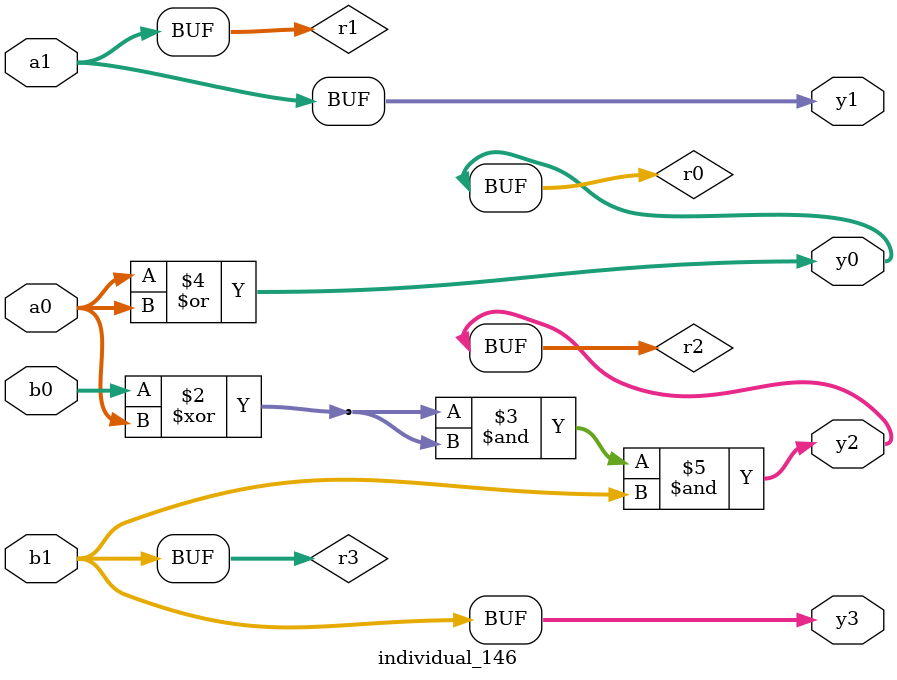
<source format=sv>
module individual_146(input logic [15:0] a1, input logic [15:0] a0, input logic [15:0] b1, input logic [15:0] b0, output logic [15:0] y3, output logic [15:0] y2, output logic [15:0] y1, output logic [15:0] y0);
logic [15:0] r0, r1, r2, r3; 
 always@(*) begin 
	 r0 = a0; r1 = a1; r2 = b0; r3 = b1; 
 	 r2  ^=  r0 ;
 	 r2  &=  r2 ;
 	 r0  |=  r0 ;
 	 r2  &=  b1 ;
 	 y3 = r3; y2 = r2; y1 = r1; y0 = r0; 
end
endmodule
</source>
